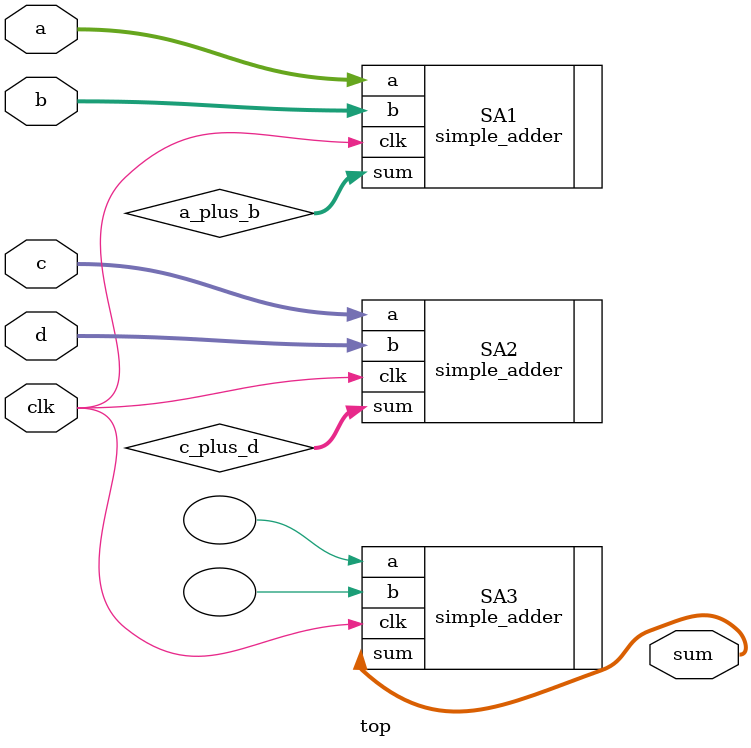
<source format=v>
`timescale 1ns/1ps


module top (
	    input       clk,
	    input [3:0] a,
	    input [3:0] b,
	    input [3:0] c,
	    input [3:0] d,

	    output[5:0] sum
	    );

   wire [4:0] 		a_plus_b;
   wire [4:0] 		c_plus_d;

   simple_adder #(.W(4)) SA1
     (
      .clk(clk),
      .a(a),
      .b(b),
      .sum(a_plus_b)
      );

   simple_adder #(.W(4)) SA2
     (
      .clk(clk),
      .a(c),
      .b(d),
      .sum(c_plus_d)
      );

   //===============================//
   // FINISH THIS INSTANCE          //
   //===============================//
   simple_adder #(.W(   )) SA3
     (
      .clk(clk),
      .a(    ),
      .b(    ),
      .sum(sum)
      );
   //===============================//

endmodule // top

   

</source>
